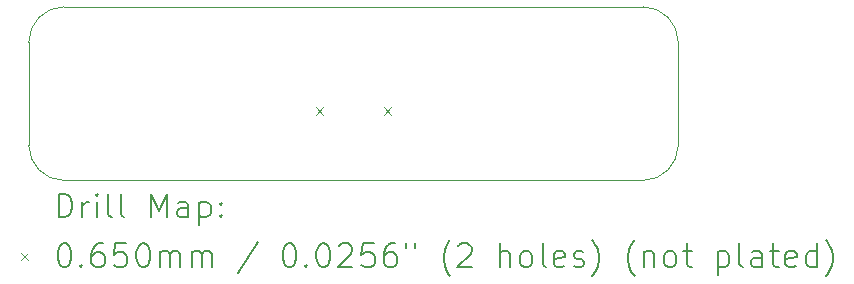
<source format=gbr>
%FSLAX45Y45*%
G04 Gerber Fmt 4.5, Leading zero omitted, Abs format (unit mm)*
G04 Created by KiCad (PCBNEW (6.0.0)) date 2022-02-03 13:29:59*
%MOMM*%
%LPD*%
G01*
G04 APERTURE LIST*
%TA.AperFunction,Profile*%
%ADD10C,0.050000*%
%TD*%
%ADD11C,0.200000*%
%ADD12C,0.065000*%
G04 APERTURE END LIST*
D10*
X11730000Y-9120000D02*
G75*
G03*
X12030000Y-9420000I300000J0D01*
G01*
X17230000Y-8250000D02*
X17230000Y-9120000D01*
X16930000Y-9420000D02*
X12030000Y-9420000D01*
X17230000Y-8250000D02*
G75*
G03*
X16930000Y-7950000I-300000J0D01*
G01*
X16930000Y-9420000D02*
G75*
G03*
X17230000Y-9120000I0J300000D01*
G01*
X12030000Y-7950000D02*
X16930000Y-7950000D01*
X12030000Y-7950000D02*
G75*
G03*
X11730000Y-8250000I0J-300000D01*
G01*
X11730000Y-8250000D02*
X11730000Y-9120000D01*
D11*
D12*
X14158500Y-8799500D02*
X14223500Y-8864500D01*
X14223500Y-8799500D02*
X14158500Y-8864500D01*
X14736500Y-8799500D02*
X14801500Y-8864500D01*
X14801500Y-8799500D02*
X14736500Y-8864500D01*
D11*
X11985119Y-9732976D02*
X11985119Y-9532976D01*
X12032738Y-9532976D01*
X12061309Y-9542500D01*
X12080357Y-9561548D01*
X12089881Y-9580595D01*
X12099405Y-9618690D01*
X12099405Y-9647262D01*
X12089881Y-9685357D01*
X12080357Y-9704405D01*
X12061309Y-9723452D01*
X12032738Y-9732976D01*
X11985119Y-9732976D01*
X12185119Y-9732976D02*
X12185119Y-9599643D01*
X12185119Y-9637738D02*
X12194643Y-9618690D01*
X12204167Y-9609167D01*
X12223214Y-9599643D01*
X12242262Y-9599643D01*
X12308928Y-9732976D02*
X12308928Y-9599643D01*
X12308928Y-9532976D02*
X12299405Y-9542500D01*
X12308928Y-9552024D01*
X12318452Y-9542500D01*
X12308928Y-9532976D01*
X12308928Y-9552024D01*
X12432738Y-9732976D02*
X12413690Y-9723452D01*
X12404167Y-9704405D01*
X12404167Y-9532976D01*
X12537500Y-9732976D02*
X12518452Y-9723452D01*
X12508928Y-9704405D01*
X12508928Y-9532976D01*
X12766071Y-9732976D02*
X12766071Y-9532976D01*
X12832738Y-9675833D01*
X12899405Y-9532976D01*
X12899405Y-9732976D01*
X13080357Y-9732976D02*
X13080357Y-9628214D01*
X13070833Y-9609167D01*
X13051786Y-9599643D01*
X13013690Y-9599643D01*
X12994643Y-9609167D01*
X13080357Y-9723452D02*
X13061309Y-9732976D01*
X13013690Y-9732976D01*
X12994643Y-9723452D01*
X12985119Y-9704405D01*
X12985119Y-9685357D01*
X12994643Y-9666310D01*
X13013690Y-9656786D01*
X13061309Y-9656786D01*
X13080357Y-9647262D01*
X13175595Y-9599643D02*
X13175595Y-9799643D01*
X13175595Y-9609167D02*
X13194643Y-9599643D01*
X13232738Y-9599643D01*
X13251786Y-9609167D01*
X13261309Y-9618690D01*
X13270833Y-9637738D01*
X13270833Y-9694881D01*
X13261309Y-9713929D01*
X13251786Y-9723452D01*
X13232738Y-9732976D01*
X13194643Y-9732976D01*
X13175595Y-9723452D01*
X13356548Y-9713929D02*
X13366071Y-9723452D01*
X13356548Y-9732976D01*
X13347024Y-9723452D01*
X13356548Y-9713929D01*
X13356548Y-9732976D01*
X13356548Y-9609167D02*
X13366071Y-9618690D01*
X13356548Y-9628214D01*
X13347024Y-9618690D01*
X13356548Y-9609167D01*
X13356548Y-9628214D01*
D12*
X11662500Y-10030000D02*
X11727500Y-10095000D01*
X11727500Y-10030000D02*
X11662500Y-10095000D01*
D11*
X12023214Y-9952976D02*
X12042262Y-9952976D01*
X12061309Y-9962500D01*
X12070833Y-9972024D01*
X12080357Y-9991071D01*
X12089881Y-10029167D01*
X12089881Y-10076786D01*
X12080357Y-10114881D01*
X12070833Y-10133929D01*
X12061309Y-10143452D01*
X12042262Y-10152976D01*
X12023214Y-10152976D01*
X12004167Y-10143452D01*
X11994643Y-10133929D01*
X11985119Y-10114881D01*
X11975595Y-10076786D01*
X11975595Y-10029167D01*
X11985119Y-9991071D01*
X11994643Y-9972024D01*
X12004167Y-9962500D01*
X12023214Y-9952976D01*
X12175595Y-10133929D02*
X12185119Y-10143452D01*
X12175595Y-10152976D01*
X12166071Y-10143452D01*
X12175595Y-10133929D01*
X12175595Y-10152976D01*
X12356548Y-9952976D02*
X12318452Y-9952976D01*
X12299405Y-9962500D01*
X12289881Y-9972024D01*
X12270833Y-10000595D01*
X12261309Y-10038690D01*
X12261309Y-10114881D01*
X12270833Y-10133929D01*
X12280357Y-10143452D01*
X12299405Y-10152976D01*
X12337500Y-10152976D01*
X12356548Y-10143452D01*
X12366071Y-10133929D01*
X12375595Y-10114881D01*
X12375595Y-10067262D01*
X12366071Y-10048214D01*
X12356548Y-10038690D01*
X12337500Y-10029167D01*
X12299405Y-10029167D01*
X12280357Y-10038690D01*
X12270833Y-10048214D01*
X12261309Y-10067262D01*
X12556548Y-9952976D02*
X12461309Y-9952976D01*
X12451786Y-10048214D01*
X12461309Y-10038690D01*
X12480357Y-10029167D01*
X12527976Y-10029167D01*
X12547024Y-10038690D01*
X12556548Y-10048214D01*
X12566071Y-10067262D01*
X12566071Y-10114881D01*
X12556548Y-10133929D01*
X12547024Y-10143452D01*
X12527976Y-10152976D01*
X12480357Y-10152976D01*
X12461309Y-10143452D01*
X12451786Y-10133929D01*
X12689881Y-9952976D02*
X12708928Y-9952976D01*
X12727976Y-9962500D01*
X12737500Y-9972024D01*
X12747024Y-9991071D01*
X12756548Y-10029167D01*
X12756548Y-10076786D01*
X12747024Y-10114881D01*
X12737500Y-10133929D01*
X12727976Y-10143452D01*
X12708928Y-10152976D01*
X12689881Y-10152976D01*
X12670833Y-10143452D01*
X12661309Y-10133929D01*
X12651786Y-10114881D01*
X12642262Y-10076786D01*
X12642262Y-10029167D01*
X12651786Y-9991071D01*
X12661309Y-9972024D01*
X12670833Y-9962500D01*
X12689881Y-9952976D01*
X12842262Y-10152976D02*
X12842262Y-10019643D01*
X12842262Y-10038690D02*
X12851786Y-10029167D01*
X12870833Y-10019643D01*
X12899405Y-10019643D01*
X12918452Y-10029167D01*
X12927976Y-10048214D01*
X12927976Y-10152976D01*
X12927976Y-10048214D02*
X12937500Y-10029167D01*
X12956548Y-10019643D01*
X12985119Y-10019643D01*
X13004167Y-10029167D01*
X13013690Y-10048214D01*
X13013690Y-10152976D01*
X13108928Y-10152976D02*
X13108928Y-10019643D01*
X13108928Y-10038690D02*
X13118452Y-10029167D01*
X13137500Y-10019643D01*
X13166071Y-10019643D01*
X13185119Y-10029167D01*
X13194643Y-10048214D01*
X13194643Y-10152976D01*
X13194643Y-10048214D02*
X13204167Y-10029167D01*
X13223214Y-10019643D01*
X13251786Y-10019643D01*
X13270833Y-10029167D01*
X13280357Y-10048214D01*
X13280357Y-10152976D01*
X13670833Y-9943452D02*
X13499405Y-10200595D01*
X13927976Y-9952976D02*
X13947024Y-9952976D01*
X13966071Y-9962500D01*
X13975595Y-9972024D01*
X13985119Y-9991071D01*
X13994643Y-10029167D01*
X13994643Y-10076786D01*
X13985119Y-10114881D01*
X13975595Y-10133929D01*
X13966071Y-10143452D01*
X13947024Y-10152976D01*
X13927976Y-10152976D01*
X13908928Y-10143452D01*
X13899405Y-10133929D01*
X13889881Y-10114881D01*
X13880357Y-10076786D01*
X13880357Y-10029167D01*
X13889881Y-9991071D01*
X13899405Y-9972024D01*
X13908928Y-9962500D01*
X13927976Y-9952976D01*
X14080357Y-10133929D02*
X14089881Y-10143452D01*
X14080357Y-10152976D01*
X14070833Y-10143452D01*
X14080357Y-10133929D01*
X14080357Y-10152976D01*
X14213690Y-9952976D02*
X14232738Y-9952976D01*
X14251786Y-9962500D01*
X14261309Y-9972024D01*
X14270833Y-9991071D01*
X14280357Y-10029167D01*
X14280357Y-10076786D01*
X14270833Y-10114881D01*
X14261309Y-10133929D01*
X14251786Y-10143452D01*
X14232738Y-10152976D01*
X14213690Y-10152976D01*
X14194643Y-10143452D01*
X14185119Y-10133929D01*
X14175595Y-10114881D01*
X14166071Y-10076786D01*
X14166071Y-10029167D01*
X14175595Y-9991071D01*
X14185119Y-9972024D01*
X14194643Y-9962500D01*
X14213690Y-9952976D01*
X14356548Y-9972024D02*
X14366071Y-9962500D01*
X14385119Y-9952976D01*
X14432738Y-9952976D01*
X14451786Y-9962500D01*
X14461309Y-9972024D01*
X14470833Y-9991071D01*
X14470833Y-10010119D01*
X14461309Y-10038690D01*
X14347024Y-10152976D01*
X14470833Y-10152976D01*
X14651786Y-9952976D02*
X14556548Y-9952976D01*
X14547024Y-10048214D01*
X14556548Y-10038690D01*
X14575595Y-10029167D01*
X14623214Y-10029167D01*
X14642262Y-10038690D01*
X14651786Y-10048214D01*
X14661309Y-10067262D01*
X14661309Y-10114881D01*
X14651786Y-10133929D01*
X14642262Y-10143452D01*
X14623214Y-10152976D01*
X14575595Y-10152976D01*
X14556548Y-10143452D01*
X14547024Y-10133929D01*
X14832738Y-9952976D02*
X14794643Y-9952976D01*
X14775595Y-9962500D01*
X14766071Y-9972024D01*
X14747024Y-10000595D01*
X14737500Y-10038690D01*
X14737500Y-10114881D01*
X14747024Y-10133929D01*
X14756548Y-10143452D01*
X14775595Y-10152976D01*
X14813690Y-10152976D01*
X14832738Y-10143452D01*
X14842262Y-10133929D01*
X14851786Y-10114881D01*
X14851786Y-10067262D01*
X14842262Y-10048214D01*
X14832738Y-10038690D01*
X14813690Y-10029167D01*
X14775595Y-10029167D01*
X14756548Y-10038690D01*
X14747024Y-10048214D01*
X14737500Y-10067262D01*
X14927976Y-9952976D02*
X14927976Y-9991071D01*
X15004167Y-9952976D02*
X15004167Y-9991071D01*
X15299405Y-10229167D02*
X15289881Y-10219643D01*
X15270833Y-10191071D01*
X15261309Y-10172024D01*
X15251786Y-10143452D01*
X15242262Y-10095833D01*
X15242262Y-10057738D01*
X15251786Y-10010119D01*
X15261309Y-9981548D01*
X15270833Y-9962500D01*
X15289881Y-9933929D01*
X15299405Y-9924405D01*
X15366071Y-9972024D02*
X15375595Y-9962500D01*
X15394643Y-9952976D01*
X15442262Y-9952976D01*
X15461309Y-9962500D01*
X15470833Y-9972024D01*
X15480357Y-9991071D01*
X15480357Y-10010119D01*
X15470833Y-10038690D01*
X15356548Y-10152976D01*
X15480357Y-10152976D01*
X15718452Y-10152976D02*
X15718452Y-9952976D01*
X15804167Y-10152976D02*
X15804167Y-10048214D01*
X15794643Y-10029167D01*
X15775595Y-10019643D01*
X15747024Y-10019643D01*
X15727976Y-10029167D01*
X15718452Y-10038690D01*
X15927976Y-10152976D02*
X15908928Y-10143452D01*
X15899405Y-10133929D01*
X15889881Y-10114881D01*
X15889881Y-10057738D01*
X15899405Y-10038690D01*
X15908928Y-10029167D01*
X15927976Y-10019643D01*
X15956548Y-10019643D01*
X15975595Y-10029167D01*
X15985119Y-10038690D01*
X15994643Y-10057738D01*
X15994643Y-10114881D01*
X15985119Y-10133929D01*
X15975595Y-10143452D01*
X15956548Y-10152976D01*
X15927976Y-10152976D01*
X16108928Y-10152976D02*
X16089881Y-10143452D01*
X16080357Y-10124405D01*
X16080357Y-9952976D01*
X16261309Y-10143452D02*
X16242262Y-10152976D01*
X16204167Y-10152976D01*
X16185119Y-10143452D01*
X16175595Y-10124405D01*
X16175595Y-10048214D01*
X16185119Y-10029167D01*
X16204167Y-10019643D01*
X16242262Y-10019643D01*
X16261309Y-10029167D01*
X16270833Y-10048214D01*
X16270833Y-10067262D01*
X16175595Y-10086310D01*
X16347024Y-10143452D02*
X16366071Y-10152976D01*
X16404167Y-10152976D01*
X16423214Y-10143452D01*
X16432738Y-10124405D01*
X16432738Y-10114881D01*
X16423214Y-10095833D01*
X16404167Y-10086310D01*
X16375595Y-10086310D01*
X16356548Y-10076786D01*
X16347024Y-10057738D01*
X16347024Y-10048214D01*
X16356548Y-10029167D01*
X16375595Y-10019643D01*
X16404167Y-10019643D01*
X16423214Y-10029167D01*
X16499405Y-10229167D02*
X16508928Y-10219643D01*
X16527976Y-10191071D01*
X16537500Y-10172024D01*
X16547024Y-10143452D01*
X16556548Y-10095833D01*
X16556548Y-10057738D01*
X16547024Y-10010119D01*
X16537500Y-9981548D01*
X16527976Y-9962500D01*
X16508928Y-9933929D01*
X16499405Y-9924405D01*
X16861310Y-10229167D02*
X16851786Y-10219643D01*
X16832738Y-10191071D01*
X16823214Y-10172024D01*
X16813690Y-10143452D01*
X16804167Y-10095833D01*
X16804167Y-10057738D01*
X16813690Y-10010119D01*
X16823214Y-9981548D01*
X16832738Y-9962500D01*
X16851786Y-9933929D01*
X16861310Y-9924405D01*
X16937500Y-10019643D02*
X16937500Y-10152976D01*
X16937500Y-10038690D02*
X16947024Y-10029167D01*
X16966071Y-10019643D01*
X16994643Y-10019643D01*
X17013690Y-10029167D01*
X17023214Y-10048214D01*
X17023214Y-10152976D01*
X17147024Y-10152976D02*
X17127976Y-10143452D01*
X17118452Y-10133929D01*
X17108929Y-10114881D01*
X17108929Y-10057738D01*
X17118452Y-10038690D01*
X17127976Y-10029167D01*
X17147024Y-10019643D01*
X17175595Y-10019643D01*
X17194643Y-10029167D01*
X17204167Y-10038690D01*
X17213690Y-10057738D01*
X17213690Y-10114881D01*
X17204167Y-10133929D01*
X17194643Y-10143452D01*
X17175595Y-10152976D01*
X17147024Y-10152976D01*
X17270833Y-10019643D02*
X17347024Y-10019643D01*
X17299405Y-9952976D02*
X17299405Y-10124405D01*
X17308929Y-10143452D01*
X17327976Y-10152976D01*
X17347024Y-10152976D01*
X17566071Y-10019643D02*
X17566071Y-10219643D01*
X17566071Y-10029167D02*
X17585119Y-10019643D01*
X17623214Y-10019643D01*
X17642262Y-10029167D01*
X17651786Y-10038690D01*
X17661310Y-10057738D01*
X17661310Y-10114881D01*
X17651786Y-10133929D01*
X17642262Y-10143452D01*
X17623214Y-10152976D01*
X17585119Y-10152976D01*
X17566071Y-10143452D01*
X17775595Y-10152976D02*
X17756548Y-10143452D01*
X17747024Y-10124405D01*
X17747024Y-9952976D01*
X17937500Y-10152976D02*
X17937500Y-10048214D01*
X17927976Y-10029167D01*
X17908929Y-10019643D01*
X17870833Y-10019643D01*
X17851786Y-10029167D01*
X17937500Y-10143452D02*
X17918452Y-10152976D01*
X17870833Y-10152976D01*
X17851786Y-10143452D01*
X17842262Y-10124405D01*
X17842262Y-10105357D01*
X17851786Y-10086310D01*
X17870833Y-10076786D01*
X17918452Y-10076786D01*
X17937500Y-10067262D01*
X18004167Y-10019643D02*
X18080357Y-10019643D01*
X18032738Y-9952976D02*
X18032738Y-10124405D01*
X18042262Y-10143452D01*
X18061310Y-10152976D01*
X18080357Y-10152976D01*
X18223214Y-10143452D02*
X18204167Y-10152976D01*
X18166071Y-10152976D01*
X18147024Y-10143452D01*
X18137500Y-10124405D01*
X18137500Y-10048214D01*
X18147024Y-10029167D01*
X18166071Y-10019643D01*
X18204167Y-10019643D01*
X18223214Y-10029167D01*
X18232738Y-10048214D01*
X18232738Y-10067262D01*
X18137500Y-10086310D01*
X18404167Y-10152976D02*
X18404167Y-9952976D01*
X18404167Y-10143452D02*
X18385119Y-10152976D01*
X18347024Y-10152976D01*
X18327976Y-10143452D01*
X18318452Y-10133929D01*
X18308929Y-10114881D01*
X18308929Y-10057738D01*
X18318452Y-10038690D01*
X18327976Y-10029167D01*
X18347024Y-10019643D01*
X18385119Y-10019643D01*
X18404167Y-10029167D01*
X18480357Y-10229167D02*
X18489881Y-10219643D01*
X18508929Y-10191071D01*
X18518452Y-10172024D01*
X18527976Y-10143452D01*
X18537500Y-10095833D01*
X18537500Y-10057738D01*
X18527976Y-10010119D01*
X18518452Y-9981548D01*
X18508929Y-9962500D01*
X18489881Y-9933929D01*
X18480357Y-9924405D01*
M02*

</source>
